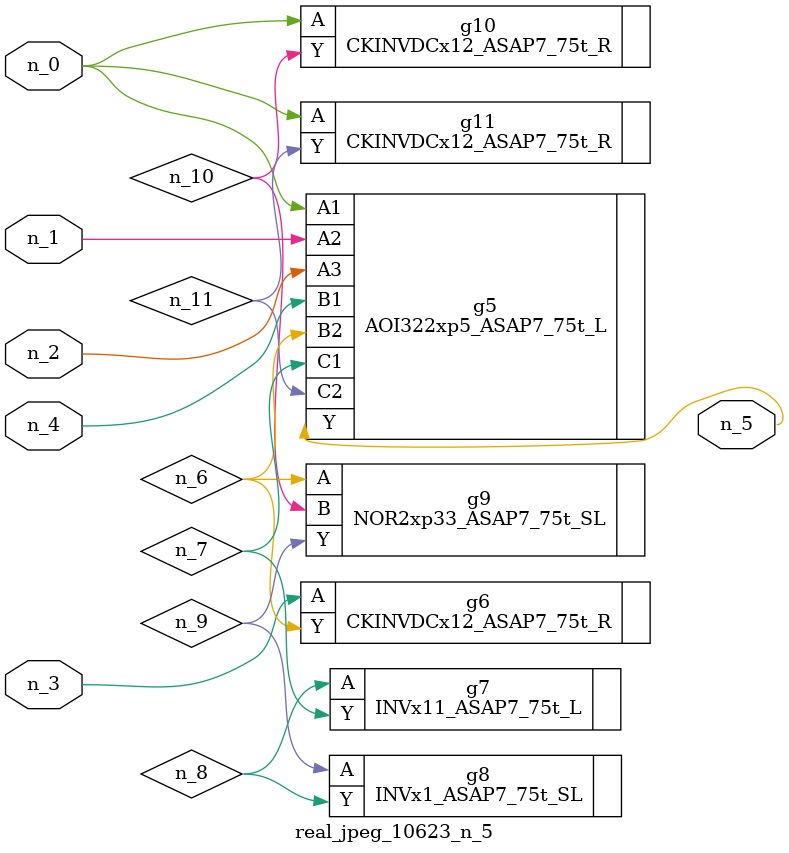
<source format=v>
module real_jpeg_10623_n_5 (n_4, n_0, n_1, n_2, n_3, n_5);

input n_4;
input n_0;
input n_1;
input n_2;
input n_3;

output n_5;

wire n_8;
wire n_11;
wire n_6;
wire n_7;
wire n_10;
wire n_9;

AOI322xp5_ASAP7_75t_L g5 ( 
.A1(n_0),
.A2(n_1),
.A3(n_2),
.B1(n_4),
.B2(n_6),
.C1(n_7),
.C2(n_11),
.Y(n_5)
);

CKINVDCx12_ASAP7_75t_R g10 ( 
.A(n_0),
.Y(n_10)
);

CKINVDCx12_ASAP7_75t_R g11 ( 
.A(n_0),
.Y(n_11)
);

CKINVDCx12_ASAP7_75t_R g6 ( 
.A(n_3),
.Y(n_6)
);

NOR2xp33_ASAP7_75t_SL g9 ( 
.A(n_6),
.B(n_10),
.Y(n_9)
);

INVx11_ASAP7_75t_L g7 ( 
.A(n_8),
.Y(n_7)
);

INVx1_ASAP7_75t_SL g8 ( 
.A(n_9),
.Y(n_8)
);


endmodule
</source>
